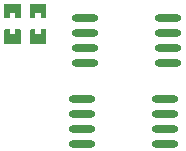
<source format=gtp>
G04 Layer: TopPasteMaskLayer*
G04 EasyEDA v6.5.37, 2023-10-24 21:26:48*
G04 13e8901b193045539208411a1789d2c4,c6048ea56b6a48849a206ead02f041ac,10*
G04 Gerber Generator version 0.2*
G04 Scale: 100 percent, Rotated: No, Reflected: No *
G04 Dimensions in millimeters *
G04 leading zeros omitted , absolute positions ,4 integer and 5 decimal *
%FSLAX45Y45*%
%MOMM*%

%ADD10O,2.2500082X0.6299962*%

%LPD*%
G36*
X853287Y8604199D02*
G01*
X812292Y8603691D01*
X807313Y8598712D01*
X807313Y8483701D01*
X812292Y8478672D01*
X940308Y8478672D01*
X945286Y8483701D01*
X945286Y8598712D01*
X940308Y8603691D01*
X898296Y8603183D01*
X898296Y8559190D01*
X853287Y8559190D01*
G37*
G36*
X812292Y8818676D02*
G01*
X807313Y8813698D01*
X807313Y8698687D01*
X812292Y8693708D01*
X853287Y8694216D01*
X853287Y8738209D01*
X898296Y8738209D01*
X898296Y8693708D01*
X940308Y8693708D01*
X945286Y8698687D01*
X945286Y8813698D01*
X940308Y8818676D01*
G37*
G36*
X1069187Y8604199D02*
G01*
X1028192Y8603691D01*
X1023213Y8598712D01*
X1023213Y8483701D01*
X1028192Y8478672D01*
X1156208Y8478672D01*
X1161186Y8483701D01*
X1161186Y8598712D01*
X1156208Y8603691D01*
X1114196Y8603183D01*
X1114196Y8559190D01*
X1069187Y8559190D01*
G37*
G36*
X1028192Y8818676D02*
G01*
X1023213Y8813698D01*
X1023213Y8698687D01*
X1028192Y8693708D01*
X1069187Y8694216D01*
X1069187Y8738209D01*
X1114196Y8738209D01*
X1114196Y8693708D01*
X1156208Y8693708D01*
X1161186Y8698687D01*
X1161186Y8813698D01*
X1156208Y8818676D01*
G37*
D10*
G01*
X1488490Y8699500D03*
G01*
X1488490Y8572500D03*
G01*
X1488490Y8445500D03*
G01*
X1488490Y8318500D03*
G01*
X2194509Y8699500D03*
G01*
X2194509Y8572500D03*
G01*
X2194509Y8445500D03*
G01*
X2194509Y8318500D03*
G01*
X1463090Y8013700D03*
G01*
X1463090Y7886700D03*
G01*
X1463090Y7759700D03*
G01*
X1463090Y7632700D03*
G01*
X2169109Y8013700D03*
G01*
X2169109Y7886700D03*
G01*
X2169109Y7759700D03*
G01*
X2169109Y7632700D03*
M02*

</source>
